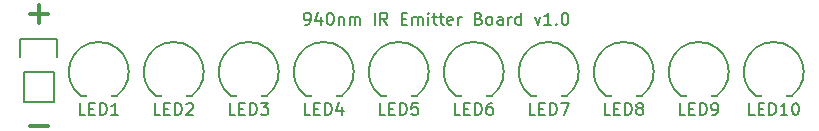
<source format=gto>
%TF.GenerationSoftware,KiCad,Pcbnew,4.0.5-e0-6337~49~ubuntu16.04.1*%
%TF.CreationDate,2017-08-14T10:41:38-07:00*%
%TF.ProjectId,mcphail-ir-emitter-board,6D63706861696C2D69722D656D697474,1.0*%
%TF.FileFunction,Legend,Top*%
%FSLAX46Y46*%
G04 Gerber Fmt 4.6, Leading zero omitted, Abs format (unit mm)*
G04 Created by KiCad (PCBNEW 4.0.5-e0-6337~49~ubuntu16.04.1) date Mon Aug 14 10:41:38 2017*
%MOMM*%
%LPD*%
G01*
G04 APERTURE LIST*
%ADD10C,0.350000*%
%ADD11C,0.152400*%
%ADD12C,0.300000*%
%ADD13C,0.150000*%
%ADD14R,2.184400X2.184400*%
%ADD15O,2.184400X2.184400*%
%ADD16R,2.152400X2.052400*%
%ADD17C,2.052400*%
G04 APERTURE END LIST*
D10*
D11*
X51609173Y-67744219D02*
X51802697Y-67744219D01*
X51899458Y-67695838D01*
X51947839Y-67647457D01*
X52044601Y-67502314D01*
X52092982Y-67308790D01*
X52092982Y-66921743D01*
X52044601Y-66824981D01*
X51996220Y-66776600D01*
X51899458Y-66728219D01*
X51705935Y-66728219D01*
X51609173Y-66776600D01*
X51560792Y-66824981D01*
X51512411Y-66921743D01*
X51512411Y-67163648D01*
X51560792Y-67260410D01*
X51609173Y-67308790D01*
X51705935Y-67357171D01*
X51899458Y-67357171D01*
X51996220Y-67308790D01*
X52044601Y-67260410D01*
X52092982Y-67163648D01*
X52963839Y-67066886D02*
X52963839Y-67744219D01*
X52721935Y-66679838D02*
X52480030Y-67405552D01*
X53108982Y-67405552D01*
X53689554Y-66728219D02*
X53786315Y-66728219D01*
X53883077Y-66776600D01*
X53931458Y-66824981D01*
X53979839Y-66921743D01*
X54028220Y-67115267D01*
X54028220Y-67357171D01*
X53979839Y-67550695D01*
X53931458Y-67647457D01*
X53883077Y-67695838D01*
X53786315Y-67744219D01*
X53689554Y-67744219D01*
X53592792Y-67695838D01*
X53544411Y-67647457D01*
X53496030Y-67550695D01*
X53447649Y-67357171D01*
X53447649Y-67115267D01*
X53496030Y-66921743D01*
X53544411Y-66824981D01*
X53592792Y-66776600D01*
X53689554Y-66728219D01*
X54463649Y-67066886D02*
X54463649Y-67744219D01*
X54463649Y-67163648D02*
X54512030Y-67115267D01*
X54608792Y-67066886D01*
X54753934Y-67066886D01*
X54850696Y-67115267D01*
X54899077Y-67212029D01*
X54899077Y-67744219D01*
X55382887Y-67744219D02*
X55382887Y-67066886D01*
X55382887Y-67163648D02*
X55431268Y-67115267D01*
X55528030Y-67066886D01*
X55673172Y-67066886D01*
X55769934Y-67115267D01*
X55818315Y-67212029D01*
X55818315Y-67744219D01*
X55818315Y-67212029D02*
X55866696Y-67115267D01*
X55963458Y-67066886D01*
X56108601Y-67066886D01*
X56205363Y-67115267D01*
X56253744Y-67212029D01*
X56253744Y-67744219D01*
X57511649Y-67744219D02*
X57511649Y-66728219D01*
X58576030Y-67744219D02*
X58237364Y-67260410D01*
X57995459Y-67744219D02*
X57995459Y-66728219D01*
X58382506Y-66728219D01*
X58479268Y-66776600D01*
X58527649Y-66824981D01*
X58576030Y-66921743D01*
X58576030Y-67066886D01*
X58527649Y-67163648D01*
X58479268Y-67212029D01*
X58382506Y-67260410D01*
X57995459Y-67260410D01*
X59785554Y-67212029D02*
X60124220Y-67212029D01*
X60269363Y-67744219D02*
X59785554Y-67744219D01*
X59785554Y-66728219D01*
X60269363Y-66728219D01*
X60704792Y-67744219D02*
X60704792Y-67066886D01*
X60704792Y-67163648D02*
X60753173Y-67115267D01*
X60849935Y-67066886D01*
X60995077Y-67066886D01*
X61091839Y-67115267D01*
X61140220Y-67212029D01*
X61140220Y-67744219D01*
X61140220Y-67212029D02*
X61188601Y-67115267D01*
X61285363Y-67066886D01*
X61430506Y-67066886D01*
X61527268Y-67115267D01*
X61575649Y-67212029D01*
X61575649Y-67744219D01*
X62059459Y-67744219D02*
X62059459Y-67066886D01*
X62059459Y-66728219D02*
X62011078Y-66776600D01*
X62059459Y-66824981D01*
X62107840Y-66776600D01*
X62059459Y-66728219D01*
X62059459Y-66824981D01*
X62398126Y-67066886D02*
X62785174Y-67066886D01*
X62543269Y-66728219D02*
X62543269Y-67599076D01*
X62591650Y-67695838D01*
X62688412Y-67744219D01*
X62785174Y-67744219D01*
X62978697Y-67066886D02*
X63365745Y-67066886D01*
X63123840Y-66728219D02*
X63123840Y-67599076D01*
X63172221Y-67695838D01*
X63268983Y-67744219D01*
X63365745Y-67744219D01*
X64091458Y-67695838D02*
X63994696Y-67744219D01*
X63801173Y-67744219D01*
X63704411Y-67695838D01*
X63656030Y-67599076D01*
X63656030Y-67212029D01*
X63704411Y-67115267D01*
X63801173Y-67066886D01*
X63994696Y-67066886D01*
X64091458Y-67115267D01*
X64139839Y-67212029D01*
X64139839Y-67308790D01*
X63656030Y-67405552D01*
X64575268Y-67744219D02*
X64575268Y-67066886D01*
X64575268Y-67260410D02*
X64623649Y-67163648D01*
X64672030Y-67115267D01*
X64768792Y-67066886D01*
X64865553Y-67066886D01*
X66316981Y-67212029D02*
X66462124Y-67260410D01*
X66510505Y-67308790D01*
X66558886Y-67405552D01*
X66558886Y-67550695D01*
X66510505Y-67647457D01*
X66462124Y-67695838D01*
X66365362Y-67744219D01*
X65978315Y-67744219D01*
X65978315Y-66728219D01*
X66316981Y-66728219D01*
X66413743Y-66776600D01*
X66462124Y-66824981D01*
X66510505Y-66921743D01*
X66510505Y-67018505D01*
X66462124Y-67115267D01*
X66413743Y-67163648D01*
X66316981Y-67212029D01*
X65978315Y-67212029D01*
X67139458Y-67744219D02*
X67042696Y-67695838D01*
X66994315Y-67647457D01*
X66945934Y-67550695D01*
X66945934Y-67260410D01*
X66994315Y-67163648D01*
X67042696Y-67115267D01*
X67139458Y-67066886D01*
X67284600Y-67066886D01*
X67381362Y-67115267D01*
X67429743Y-67163648D01*
X67478124Y-67260410D01*
X67478124Y-67550695D01*
X67429743Y-67647457D01*
X67381362Y-67695838D01*
X67284600Y-67744219D01*
X67139458Y-67744219D01*
X68348981Y-67744219D02*
X68348981Y-67212029D01*
X68300600Y-67115267D01*
X68203838Y-67066886D01*
X68010315Y-67066886D01*
X67913553Y-67115267D01*
X68348981Y-67695838D02*
X68252219Y-67744219D01*
X68010315Y-67744219D01*
X67913553Y-67695838D01*
X67865172Y-67599076D01*
X67865172Y-67502314D01*
X67913553Y-67405552D01*
X68010315Y-67357171D01*
X68252219Y-67357171D01*
X68348981Y-67308790D01*
X68832791Y-67744219D02*
X68832791Y-67066886D01*
X68832791Y-67260410D02*
X68881172Y-67163648D01*
X68929553Y-67115267D01*
X69026315Y-67066886D01*
X69123076Y-67066886D01*
X69897171Y-67744219D02*
X69897171Y-66728219D01*
X69897171Y-67695838D02*
X69800409Y-67744219D01*
X69606886Y-67744219D01*
X69510124Y-67695838D01*
X69461743Y-67647457D01*
X69413362Y-67550695D01*
X69413362Y-67260410D01*
X69461743Y-67163648D01*
X69510124Y-67115267D01*
X69606886Y-67066886D01*
X69800409Y-67066886D01*
X69897171Y-67115267D01*
X71058314Y-67066886D02*
X71300219Y-67744219D01*
X71542123Y-67066886D01*
X72461361Y-67744219D02*
X71880790Y-67744219D01*
X72171076Y-67744219D02*
X72171076Y-66728219D01*
X72074314Y-66873362D01*
X71977552Y-66970124D01*
X71880790Y-67018505D01*
X72896790Y-67647457D02*
X72945171Y-67695838D01*
X72896790Y-67744219D01*
X72848409Y-67695838D01*
X72896790Y-67647457D01*
X72896790Y-67744219D01*
X73574124Y-66728219D02*
X73670885Y-66728219D01*
X73767647Y-66776600D01*
X73816028Y-66824981D01*
X73864409Y-66921743D01*
X73912790Y-67115267D01*
X73912790Y-67357171D01*
X73864409Y-67550695D01*
X73816028Y-67647457D01*
X73767647Y-67695838D01*
X73670885Y-67744219D01*
X73574124Y-67744219D01*
X73477362Y-67695838D01*
X73428981Y-67647457D01*
X73380600Y-67550695D01*
X73332219Y-67357171D01*
X73332219Y-67115267D01*
X73380600Y-66921743D01*
X73428981Y-66824981D01*
X73477362Y-66776600D01*
X73574124Y-66728219D01*
D12*
X28295695Y-66792457D02*
X29819505Y-66792457D01*
X29057600Y-67554362D02*
X29057600Y-66030552D01*
X28295695Y-76317457D02*
X29819505Y-76317457D01*
D13*
X30327600Y-71729600D02*
X30327600Y-74269600D01*
X30607600Y-68909600D02*
X30607600Y-70459600D01*
X30327600Y-71729600D02*
X27787600Y-71729600D01*
X27507600Y-70459600D02*
X27507600Y-68909600D01*
X27507600Y-68909600D02*
X30607600Y-68909600D01*
X27787600Y-71729600D02*
X27787600Y-74269600D01*
X27787600Y-74269600D02*
X30327600Y-74269600D01*
X92811600Y-73761600D02*
G75*
G03X89763600Y-73761600I-1524000J2032000D01*
G01*
X92787600Y-73761600D02*
X89787600Y-73761600D01*
X86461600Y-73761600D02*
G75*
G03X83413600Y-73761600I-1524000J2032000D01*
G01*
X86437600Y-73761600D02*
X83437600Y-73761600D01*
X80111600Y-73761600D02*
G75*
G03X77063600Y-73761600I-1524000J2032000D01*
G01*
X80087600Y-73761600D02*
X77087600Y-73761600D01*
X73761600Y-73761600D02*
G75*
G03X70713600Y-73761600I-1524000J2032000D01*
G01*
X73737600Y-73761600D02*
X70737600Y-73761600D01*
X67411600Y-73761600D02*
G75*
G03X64363600Y-73761600I-1524000J2032000D01*
G01*
X67387600Y-73761600D02*
X64387600Y-73761600D01*
X61061600Y-73761600D02*
G75*
G03X58013600Y-73761600I-1524000J2032000D01*
G01*
X61037600Y-73761600D02*
X58037600Y-73761600D01*
X54711600Y-73761600D02*
G75*
G03X51663600Y-73761600I-1524000J2032000D01*
G01*
X54687600Y-73761600D02*
X51687600Y-73761600D01*
X48361600Y-73761600D02*
G75*
G03X45313600Y-73761600I-1524000J2032000D01*
G01*
X48337600Y-73761600D02*
X45337600Y-73761600D01*
X42011600Y-73761600D02*
G75*
G03X38963600Y-73761600I-1524000J2032000D01*
G01*
X41987600Y-73761600D02*
X38987600Y-73761600D01*
X35661600Y-73761600D02*
G75*
G03X32613600Y-73761600I-1524000J2032000D01*
G01*
X35637600Y-73761600D02*
X32637600Y-73761600D01*
X89692362Y-75356981D02*
X89216171Y-75356981D01*
X89216171Y-74356981D01*
X90025695Y-74833171D02*
X90359029Y-74833171D01*
X90501886Y-75356981D02*
X90025695Y-75356981D01*
X90025695Y-74356981D01*
X90501886Y-74356981D01*
X90930457Y-75356981D02*
X90930457Y-74356981D01*
X91168552Y-74356981D01*
X91311410Y-74404600D01*
X91406648Y-74499838D01*
X91454267Y-74595076D01*
X91501886Y-74785552D01*
X91501886Y-74928410D01*
X91454267Y-75118886D01*
X91406648Y-75214124D01*
X91311410Y-75309362D01*
X91168552Y-75356981D01*
X90930457Y-75356981D01*
X92454267Y-75356981D02*
X91882838Y-75356981D01*
X92168552Y-75356981D02*
X92168552Y-74356981D01*
X92073314Y-74499838D01*
X91978076Y-74595076D01*
X91882838Y-74642695D01*
X93073314Y-74356981D02*
X93168553Y-74356981D01*
X93263791Y-74404600D01*
X93311410Y-74452219D01*
X93359029Y-74547457D01*
X93406648Y-74737933D01*
X93406648Y-74976029D01*
X93359029Y-75166505D01*
X93311410Y-75261743D01*
X93263791Y-75309362D01*
X93168553Y-75356981D01*
X93073314Y-75356981D01*
X92978076Y-75309362D01*
X92930457Y-75261743D01*
X92882838Y-75166505D01*
X92835219Y-74976029D01*
X92835219Y-74737933D01*
X92882838Y-74547457D01*
X92930457Y-74452219D01*
X92978076Y-74404600D01*
X93073314Y-74356981D01*
X83818553Y-75356981D02*
X83342362Y-75356981D01*
X83342362Y-74356981D01*
X84151886Y-74833171D02*
X84485220Y-74833171D01*
X84628077Y-75356981D02*
X84151886Y-75356981D01*
X84151886Y-74356981D01*
X84628077Y-74356981D01*
X85056648Y-75356981D02*
X85056648Y-74356981D01*
X85294743Y-74356981D01*
X85437601Y-74404600D01*
X85532839Y-74499838D01*
X85580458Y-74595076D01*
X85628077Y-74785552D01*
X85628077Y-74928410D01*
X85580458Y-75118886D01*
X85532839Y-75214124D01*
X85437601Y-75309362D01*
X85294743Y-75356981D01*
X85056648Y-75356981D01*
X86104267Y-75356981D02*
X86294743Y-75356981D01*
X86389982Y-75309362D01*
X86437601Y-75261743D01*
X86532839Y-75118886D01*
X86580458Y-74928410D01*
X86580458Y-74547457D01*
X86532839Y-74452219D01*
X86485220Y-74404600D01*
X86389982Y-74356981D01*
X86199505Y-74356981D01*
X86104267Y-74404600D01*
X86056648Y-74452219D01*
X86009029Y-74547457D01*
X86009029Y-74785552D01*
X86056648Y-74880790D01*
X86104267Y-74928410D01*
X86199505Y-74976029D01*
X86389982Y-74976029D01*
X86485220Y-74928410D01*
X86532839Y-74880790D01*
X86580458Y-74785552D01*
X77468553Y-75356981D02*
X76992362Y-75356981D01*
X76992362Y-74356981D01*
X77801886Y-74833171D02*
X78135220Y-74833171D01*
X78278077Y-75356981D02*
X77801886Y-75356981D01*
X77801886Y-74356981D01*
X78278077Y-74356981D01*
X78706648Y-75356981D02*
X78706648Y-74356981D01*
X78944743Y-74356981D01*
X79087601Y-74404600D01*
X79182839Y-74499838D01*
X79230458Y-74595076D01*
X79278077Y-74785552D01*
X79278077Y-74928410D01*
X79230458Y-75118886D01*
X79182839Y-75214124D01*
X79087601Y-75309362D01*
X78944743Y-75356981D01*
X78706648Y-75356981D01*
X79849505Y-74785552D02*
X79754267Y-74737933D01*
X79706648Y-74690314D01*
X79659029Y-74595076D01*
X79659029Y-74547457D01*
X79706648Y-74452219D01*
X79754267Y-74404600D01*
X79849505Y-74356981D01*
X80039982Y-74356981D01*
X80135220Y-74404600D01*
X80182839Y-74452219D01*
X80230458Y-74547457D01*
X80230458Y-74595076D01*
X80182839Y-74690314D01*
X80135220Y-74737933D01*
X80039982Y-74785552D01*
X79849505Y-74785552D01*
X79754267Y-74833171D01*
X79706648Y-74880790D01*
X79659029Y-74976029D01*
X79659029Y-75166505D01*
X79706648Y-75261743D01*
X79754267Y-75309362D01*
X79849505Y-75356981D01*
X80039982Y-75356981D01*
X80135220Y-75309362D01*
X80182839Y-75261743D01*
X80230458Y-75166505D01*
X80230458Y-74976029D01*
X80182839Y-74880790D01*
X80135220Y-74833171D01*
X80039982Y-74785552D01*
X71118553Y-75356981D02*
X70642362Y-75356981D01*
X70642362Y-74356981D01*
X71451886Y-74833171D02*
X71785220Y-74833171D01*
X71928077Y-75356981D02*
X71451886Y-75356981D01*
X71451886Y-74356981D01*
X71928077Y-74356981D01*
X72356648Y-75356981D02*
X72356648Y-74356981D01*
X72594743Y-74356981D01*
X72737601Y-74404600D01*
X72832839Y-74499838D01*
X72880458Y-74595076D01*
X72928077Y-74785552D01*
X72928077Y-74928410D01*
X72880458Y-75118886D01*
X72832839Y-75214124D01*
X72737601Y-75309362D01*
X72594743Y-75356981D01*
X72356648Y-75356981D01*
X73261410Y-74356981D02*
X73928077Y-74356981D01*
X73499505Y-75356981D01*
X64768553Y-75356981D02*
X64292362Y-75356981D01*
X64292362Y-74356981D01*
X65101886Y-74833171D02*
X65435220Y-74833171D01*
X65578077Y-75356981D02*
X65101886Y-75356981D01*
X65101886Y-74356981D01*
X65578077Y-74356981D01*
X66006648Y-75356981D02*
X66006648Y-74356981D01*
X66244743Y-74356981D01*
X66387601Y-74404600D01*
X66482839Y-74499838D01*
X66530458Y-74595076D01*
X66578077Y-74785552D01*
X66578077Y-74928410D01*
X66530458Y-75118886D01*
X66482839Y-75214124D01*
X66387601Y-75309362D01*
X66244743Y-75356981D01*
X66006648Y-75356981D01*
X67435220Y-74356981D02*
X67244743Y-74356981D01*
X67149505Y-74404600D01*
X67101886Y-74452219D01*
X67006648Y-74595076D01*
X66959029Y-74785552D01*
X66959029Y-75166505D01*
X67006648Y-75261743D01*
X67054267Y-75309362D01*
X67149505Y-75356981D01*
X67339982Y-75356981D01*
X67435220Y-75309362D01*
X67482839Y-75261743D01*
X67530458Y-75166505D01*
X67530458Y-74928410D01*
X67482839Y-74833171D01*
X67435220Y-74785552D01*
X67339982Y-74737933D01*
X67149505Y-74737933D01*
X67054267Y-74785552D01*
X67006648Y-74833171D01*
X66959029Y-74928410D01*
X58418553Y-75356981D02*
X57942362Y-75356981D01*
X57942362Y-74356981D01*
X58751886Y-74833171D02*
X59085220Y-74833171D01*
X59228077Y-75356981D02*
X58751886Y-75356981D01*
X58751886Y-74356981D01*
X59228077Y-74356981D01*
X59656648Y-75356981D02*
X59656648Y-74356981D01*
X59894743Y-74356981D01*
X60037601Y-74404600D01*
X60132839Y-74499838D01*
X60180458Y-74595076D01*
X60228077Y-74785552D01*
X60228077Y-74928410D01*
X60180458Y-75118886D01*
X60132839Y-75214124D01*
X60037601Y-75309362D01*
X59894743Y-75356981D01*
X59656648Y-75356981D01*
X61132839Y-74356981D02*
X60656648Y-74356981D01*
X60609029Y-74833171D01*
X60656648Y-74785552D01*
X60751886Y-74737933D01*
X60989982Y-74737933D01*
X61085220Y-74785552D01*
X61132839Y-74833171D01*
X61180458Y-74928410D01*
X61180458Y-75166505D01*
X61132839Y-75261743D01*
X61085220Y-75309362D01*
X60989982Y-75356981D01*
X60751886Y-75356981D01*
X60656648Y-75309362D01*
X60609029Y-75261743D01*
X52068553Y-75356981D02*
X51592362Y-75356981D01*
X51592362Y-74356981D01*
X52401886Y-74833171D02*
X52735220Y-74833171D01*
X52878077Y-75356981D02*
X52401886Y-75356981D01*
X52401886Y-74356981D01*
X52878077Y-74356981D01*
X53306648Y-75356981D02*
X53306648Y-74356981D01*
X53544743Y-74356981D01*
X53687601Y-74404600D01*
X53782839Y-74499838D01*
X53830458Y-74595076D01*
X53878077Y-74785552D01*
X53878077Y-74928410D01*
X53830458Y-75118886D01*
X53782839Y-75214124D01*
X53687601Y-75309362D01*
X53544743Y-75356981D01*
X53306648Y-75356981D01*
X54735220Y-74690314D02*
X54735220Y-75356981D01*
X54497124Y-74309362D02*
X54259029Y-75023648D01*
X54878077Y-75023648D01*
X45718553Y-75356981D02*
X45242362Y-75356981D01*
X45242362Y-74356981D01*
X46051886Y-74833171D02*
X46385220Y-74833171D01*
X46528077Y-75356981D02*
X46051886Y-75356981D01*
X46051886Y-74356981D01*
X46528077Y-74356981D01*
X46956648Y-75356981D02*
X46956648Y-74356981D01*
X47194743Y-74356981D01*
X47337601Y-74404600D01*
X47432839Y-74499838D01*
X47480458Y-74595076D01*
X47528077Y-74785552D01*
X47528077Y-74928410D01*
X47480458Y-75118886D01*
X47432839Y-75214124D01*
X47337601Y-75309362D01*
X47194743Y-75356981D01*
X46956648Y-75356981D01*
X47861410Y-74356981D02*
X48480458Y-74356981D01*
X48147124Y-74737933D01*
X48289982Y-74737933D01*
X48385220Y-74785552D01*
X48432839Y-74833171D01*
X48480458Y-74928410D01*
X48480458Y-75166505D01*
X48432839Y-75261743D01*
X48385220Y-75309362D01*
X48289982Y-75356981D01*
X48004267Y-75356981D01*
X47909029Y-75309362D01*
X47861410Y-75261743D01*
X39368553Y-75356981D02*
X38892362Y-75356981D01*
X38892362Y-74356981D01*
X39701886Y-74833171D02*
X40035220Y-74833171D01*
X40178077Y-75356981D02*
X39701886Y-75356981D01*
X39701886Y-74356981D01*
X40178077Y-74356981D01*
X40606648Y-75356981D02*
X40606648Y-74356981D01*
X40844743Y-74356981D01*
X40987601Y-74404600D01*
X41082839Y-74499838D01*
X41130458Y-74595076D01*
X41178077Y-74785552D01*
X41178077Y-74928410D01*
X41130458Y-75118886D01*
X41082839Y-75214124D01*
X40987601Y-75309362D01*
X40844743Y-75356981D01*
X40606648Y-75356981D01*
X41559029Y-74452219D02*
X41606648Y-74404600D01*
X41701886Y-74356981D01*
X41939982Y-74356981D01*
X42035220Y-74404600D01*
X42082839Y-74452219D01*
X42130458Y-74547457D01*
X42130458Y-74642695D01*
X42082839Y-74785552D01*
X41511410Y-75356981D01*
X42130458Y-75356981D01*
X33018553Y-75356981D02*
X32542362Y-75356981D01*
X32542362Y-74356981D01*
X33351886Y-74833171D02*
X33685220Y-74833171D01*
X33828077Y-75356981D02*
X33351886Y-75356981D01*
X33351886Y-74356981D01*
X33828077Y-74356981D01*
X34256648Y-75356981D02*
X34256648Y-74356981D01*
X34494743Y-74356981D01*
X34637601Y-74404600D01*
X34732839Y-74499838D01*
X34780458Y-74595076D01*
X34828077Y-74785552D01*
X34828077Y-74928410D01*
X34780458Y-75118886D01*
X34732839Y-75214124D01*
X34637601Y-75309362D01*
X34494743Y-75356981D01*
X34256648Y-75356981D01*
X35780458Y-75356981D02*
X35209029Y-75356981D01*
X35494743Y-75356981D02*
X35494743Y-74356981D01*
X35399505Y-74499838D01*
X35304267Y-74595076D01*
X35209029Y-74642695D01*
%LPC*%
D14*
X29057600Y-70459600D03*
D15*
X29057600Y-72999600D03*
D16*
X91287600Y-72999600D03*
D17*
X91287600Y-70459600D03*
D16*
X84937600Y-72999600D03*
D17*
X84937600Y-70459600D03*
D16*
X78587600Y-72999600D03*
D17*
X78587600Y-70459600D03*
D16*
X72237600Y-72999600D03*
D17*
X72237600Y-70459600D03*
D16*
X65887600Y-72999600D03*
D17*
X65887600Y-70459600D03*
D16*
X59537600Y-72999600D03*
D17*
X59537600Y-70459600D03*
D16*
X53187600Y-72999600D03*
D17*
X53187600Y-70459600D03*
D16*
X46837600Y-72999600D03*
D17*
X46837600Y-70459600D03*
D16*
X40487600Y-72999600D03*
D17*
X40487600Y-70459600D03*
D16*
X34137600Y-72999600D03*
D17*
X34137600Y-70459600D03*
M02*

</source>
